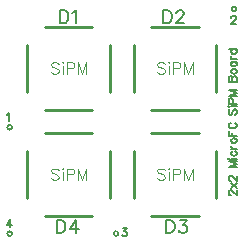
<source format=gto>
G04 Layer: TopSilkscreenLayer*
G04 EasyEDA v6.5.38, 2023-11-24 15:43:32*
G04 09673f8317ad448189dc8d57b7b7ae53,9a5be75d700b4a6385dc1106f27949ae,10*
G04 Gerber Generator version 0.2*
G04 Scale: 100 percent, Rotated: No, Reflected: No *
G04 Dimensions in millimeters *
G04 leading zeros omitted , absolute positions ,4 integer and 5 decimal *
%FSLAX45Y45*%
%MOMM*%

%ADD10C,0.1500*%
%ADD11C,0.1400*%
%ADD12C,0.1524*%
%ADD13C,0.1000*%
%ADD14C,0.2540*%
%ADD15C,0.2000*%
%ADD16C,0.0158*%

%LPD*%
D10*
X1006347Y-1904237D02*
G01*
X1041400Y-1904237D01*
X1022350Y-1929892D01*
X1031747Y-1929892D01*
X1038097Y-1932939D01*
X1041400Y-1936242D01*
X1044447Y-1945639D01*
X1044447Y-1951989D01*
X1041400Y-1961642D01*
X1035050Y-1967992D01*
X1025397Y-1971294D01*
X1016000Y-1971294D01*
X1006347Y-1967992D01*
X1003300Y-1964689D01*
X999997Y-1958339D01*
X56789Y-1829409D02*
G01*
X25039Y-1873859D01*
X72791Y-1873859D01*
X56789Y-1829409D02*
G01*
X56789Y-1896211D01*
X24892Y-942086D02*
G01*
X31242Y-938784D01*
X40894Y-929386D01*
X40894Y-996187D01*
X1928223Y-120213D02*
G01*
X1928223Y-117165D01*
X1931271Y-110815D01*
X1934573Y-107513D01*
X1940923Y-104465D01*
X1953623Y-104465D01*
X1959973Y-107513D01*
X1963275Y-110815D01*
X1966323Y-117165D01*
X1966323Y-123515D01*
X1963275Y-129865D01*
X1956925Y-139263D01*
X1924921Y-171267D01*
X1969625Y-171267D01*
D11*
X1920265Y-1621843D02*
G01*
X1916963Y-1621843D01*
X1910613Y-1618541D01*
X1907565Y-1615493D01*
X1904263Y-1609143D01*
X1904263Y-1596443D01*
X1907565Y-1590093D01*
X1910613Y-1586791D01*
X1916963Y-1583743D01*
X1923567Y-1583743D01*
X1929917Y-1586791D01*
X1939315Y-1593141D01*
X1971065Y-1624891D01*
X1971065Y-1580441D01*
X1926615Y-1559359D02*
G01*
X1971065Y-1524561D01*
X1926615Y-1524561D02*
G01*
X1971065Y-1559359D01*
X1920265Y-1500177D02*
G01*
X1916963Y-1500177D01*
X1910613Y-1497129D01*
X1907565Y-1493827D01*
X1904263Y-1487477D01*
X1904263Y-1474777D01*
X1907565Y-1468427D01*
X1910613Y-1465379D01*
X1916963Y-1462077D01*
X1923567Y-1462077D01*
X1929917Y-1465379D01*
X1939315Y-1471729D01*
X1971065Y-1503479D01*
X1971065Y-1459029D01*
X1904263Y-1388925D02*
G01*
X1971065Y-1388925D01*
X1904263Y-1388925D02*
G01*
X1971065Y-1363525D01*
X1904263Y-1338125D02*
G01*
X1971065Y-1363525D01*
X1904263Y-1338125D02*
G01*
X1971065Y-1338125D01*
X1904263Y-1317043D02*
G01*
X1907565Y-1313741D01*
X1904263Y-1310693D01*
X1901215Y-1313741D01*
X1904263Y-1317043D01*
X1926615Y-1313741D02*
G01*
X1971065Y-1313741D01*
X1936267Y-1251511D02*
G01*
X1929917Y-1257861D01*
X1926615Y-1264211D01*
X1926615Y-1273609D01*
X1929917Y-1280213D01*
X1936267Y-1286563D01*
X1945665Y-1289611D01*
X1952015Y-1289611D01*
X1961667Y-1286563D01*
X1968017Y-1280213D01*
X1971065Y-1273609D01*
X1971065Y-1264211D01*
X1968017Y-1257861D01*
X1961667Y-1251511D01*
X1926615Y-1230429D02*
G01*
X1971065Y-1230429D01*
X1945665Y-1230429D02*
G01*
X1936267Y-1227381D01*
X1929917Y-1221031D01*
X1926615Y-1214427D01*
X1926615Y-1205029D01*
X1926615Y-1168199D02*
G01*
X1929917Y-1174549D01*
X1936267Y-1180899D01*
X1945665Y-1183947D01*
X1952015Y-1183947D01*
X1961667Y-1180899D01*
X1968017Y-1174549D01*
X1971065Y-1168199D01*
X1971065Y-1158547D01*
X1968017Y-1152197D01*
X1961667Y-1145847D01*
X1952015Y-1142545D01*
X1945665Y-1142545D01*
X1936267Y-1145847D01*
X1929917Y-1152197D01*
X1926615Y-1158547D01*
X1926615Y-1168199D01*
X1904263Y-1121717D02*
G01*
X1971065Y-1121717D01*
X1904263Y-1121717D02*
G01*
X1904263Y-1080315D01*
X1936267Y-1121717D02*
G01*
X1936267Y-1096063D01*
X1920265Y-1011481D02*
G01*
X1913915Y-1014783D01*
X1907565Y-1021133D01*
X1904263Y-1027483D01*
X1904263Y-1040183D01*
X1907565Y-1046533D01*
X1913915Y-1052883D01*
X1920265Y-1056185D01*
X1929917Y-1059233D01*
X1945665Y-1059233D01*
X1955317Y-1056185D01*
X1961667Y-1052883D01*
X1968017Y-1046533D01*
X1971065Y-1040183D01*
X1971065Y-1027483D01*
X1968017Y-1021133D01*
X1961667Y-1014783D01*
X1955317Y-1011481D01*
X1913915Y-896927D02*
G01*
X1907565Y-903277D01*
X1904263Y-912929D01*
X1904263Y-925629D01*
X1907565Y-935281D01*
X1913915Y-941631D01*
X1920265Y-941631D01*
X1926615Y-938329D01*
X1929917Y-935281D01*
X1932965Y-928931D01*
X1939315Y-909627D01*
X1942617Y-903277D01*
X1945665Y-900229D01*
X1952015Y-896927D01*
X1961667Y-896927D01*
X1968017Y-903277D01*
X1971065Y-912929D01*
X1971065Y-925629D01*
X1968017Y-935281D01*
X1961667Y-941631D01*
X1904263Y-876099D02*
G01*
X1907565Y-872797D01*
X1904263Y-869749D01*
X1901215Y-872797D01*
X1904263Y-876099D01*
X1926615Y-872797D02*
G01*
X1971065Y-872797D01*
X1904263Y-848667D02*
G01*
X1971065Y-848667D01*
X1904263Y-848667D02*
G01*
X1904263Y-819965D01*
X1907565Y-810567D01*
X1910613Y-807265D01*
X1916963Y-804217D01*
X1926615Y-804217D01*
X1932965Y-807265D01*
X1936267Y-810567D01*
X1939315Y-819965D01*
X1939315Y-848667D01*
X1904263Y-783135D02*
G01*
X1971065Y-783135D01*
X1904263Y-783135D02*
G01*
X1971065Y-757735D01*
X1904263Y-732081D02*
G01*
X1971065Y-757735D01*
X1904263Y-732081D02*
G01*
X1971065Y-732081D01*
X1904263Y-662231D02*
G01*
X1971065Y-662231D01*
X1904263Y-662231D02*
G01*
X1904263Y-633529D01*
X1907565Y-623877D01*
X1910613Y-620829D01*
X1916963Y-617527D01*
X1923567Y-617527D01*
X1929917Y-620829D01*
X1932965Y-623877D01*
X1936267Y-633529D01*
X1936267Y-662231D02*
G01*
X1936267Y-633529D01*
X1939315Y-623877D01*
X1942617Y-620829D01*
X1948967Y-617527D01*
X1958365Y-617527D01*
X1964715Y-620829D01*
X1968017Y-623877D01*
X1971065Y-633529D01*
X1971065Y-662231D01*
X1926615Y-580697D02*
G01*
X1929917Y-587047D01*
X1936267Y-593397D01*
X1945665Y-596699D01*
X1952015Y-596699D01*
X1961667Y-593397D01*
X1968017Y-587047D01*
X1971065Y-580697D01*
X1971065Y-571299D01*
X1968017Y-564695D01*
X1961667Y-558345D01*
X1952015Y-555297D01*
X1945665Y-555297D01*
X1936267Y-558345D01*
X1929917Y-564695D01*
X1926615Y-571299D01*
X1926615Y-580697D01*
X1926615Y-496115D02*
G01*
X1971065Y-496115D01*
X1936267Y-496115D02*
G01*
X1929917Y-502465D01*
X1926615Y-508815D01*
X1926615Y-518467D01*
X1929917Y-524817D01*
X1936267Y-531167D01*
X1945665Y-534215D01*
X1952015Y-534215D01*
X1961667Y-531167D01*
X1968017Y-524817D01*
X1971065Y-518467D01*
X1971065Y-508815D01*
X1968017Y-502465D01*
X1961667Y-496115D01*
X1926615Y-475033D02*
G01*
X1971065Y-475033D01*
X1945665Y-475033D02*
G01*
X1936267Y-471985D01*
X1929917Y-465635D01*
X1926615Y-459285D01*
X1926615Y-449633D01*
X1904263Y-390451D02*
G01*
X1971065Y-390451D01*
X1936267Y-390451D02*
G01*
X1929917Y-396801D01*
X1926615Y-403151D01*
X1926615Y-412803D01*
X1929917Y-419153D01*
X1936267Y-425503D01*
X1945665Y-428551D01*
X1952015Y-428551D01*
X1961667Y-425503D01*
X1968017Y-419153D01*
X1971065Y-412803D01*
X1971065Y-403151D01*
X1968017Y-396801D01*
X1961667Y-390451D01*
D12*
X475000Y-59684D02*
G01*
X475000Y-168650D01*
X475000Y-59684D02*
G01*
X511322Y-59684D01*
X527070Y-64764D01*
X537230Y-75178D01*
X542564Y-85592D01*
X547644Y-101340D01*
X547644Y-127248D01*
X542564Y-142742D01*
X537230Y-153156D01*
X527070Y-163570D01*
X511322Y-168650D01*
X475000Y-168650D01*
X581934Y-80512D02*
G01*
X592348Y-75178D01*
X608096Y-59684D01*
X608096Y-168650D01*
D13*
X463677Y-512698D02*
G01*
X454532Y-503554D01*
X440817Y-498982D01*
X422782Y-498982D01*
X409067Y-503554D01*
X399922Y-512698D01*
X399922Y-521843D01*
X404495Y-530987D01*
X409067Y-535559D01*
X418211Y-539877D01*
X445388Y-549020D01*
X454532Y-553593D01*
X459104Y-558164D01*
X463677Y-567309D01*
X463677Y-581025D01*
X454532Y-589914D01*
X440817Y-594487D01*
X422782Y-594487D01*
X409067Y-589914D01*
X399922Y-581025D01*
X493648Y-498982D02*
G01*
X498220Y-503554D01*
X502793Y-498982D01*
X498220Y-494664D01*
X493648Y-498982D01*
X498220Y-530987D02*
G01*
X498220Y-594487D01*
X532764Y-498982D02*
G01*
X532764Y-594487D01*
X532764Y-498982D02*
G01*
X573659Y-498982D01*
X587375Y-503554D01*
X591693Y-508127D01*
X596264Y-517270D01*
X596264Y-530987D01*
X591693Y-539877D01*
X587375Y-544448D01*
X573659Y-549020D01*
X532764Y-549020D01*
X626237Y-498982D02*
G01*
X626237Y-594487D01*
X626237Y-498982D02*
G01*
X662812Y-594487D01*
X699135Y-498982D02*
G01*
X662812Y-594487D01*
X699135Y-498982D02*
G01*
X699135Y-594487D01*
D12*
X1349997Y-59684D02*
G01*
X1349997Y-168650D01*
X1349997Y-59684D02*
G01*
X1386319Y-59684D01*
X1402067Y-64764D01*
X1412227Y-75178D01*
X1417561Y-85592D01*
X1422641Y-101340D01*
X1422641Y-127248D01*
X1417561Y-142742D01*
X1412227Y-153156D01*
X1402067Y-163570D01*
X1386319Y-168650D01*
X1349997Y-168650D01*
X1462265Y-85592D02*
G01*
X1462265Y-80512D01*
X1467345Y-70098D01*
X1472679Y-64764D01*
X1483093Y-59684D01*
X1503667Y-59684D01*
X1514081Y-64764D01*
X1519415Y-70098D01*
X1524495Y-80512D01*
X1524495Y-90926D01*
X1519415Y-101340D01*
X1509001Y-116834D01*
X1456931Y-168650D01*
X1529829Y-168650D01*
D13*
X1363677Y-512696D02*
G01*
X1354533Y-503552D01*
X1340817Y-498980D01*
X1322783Y-498980D01*
X1309067Y-503552D01*
X1299923Y-512696D01*
X1299923Y-521840D01*
X1304495Y-530984D01*
X1309067Y-535556D01*
X1318211Y-539874D01*
X1345389Y-549018D01*
X1354533Y-553590D01*
X1359105Y-558162D01*
X1363677Y-567306D01*
X1363677Y-581022D01*
X1354533Y-589912D01*
X1340817Y-594484D01*
X1322783Y-594484D01*
X1309067Y-589912D01*
X1299923Y-581022D01*
X1393649Y-498980D02*
G01*
X1398221Y-503552D01*
X1402793Y-498980D01*
X1398221Y-494662D01*
X1393649Y-498980D01*
X1398221Y-530984D02*
G01*
X1398221Y-594484D01*
X1432765Y-498980D02*
G01*
X1432765Y-594484D01*
X1432765Y-498980D02*
G01*
X1473659Y-498980D01*
X1487375Y-503552D01*
X1491693Y-508124D01*
X1496265Y-517268D01*
X1496265Y-530984D01*
X1491693Y-539874D01*
X1487375Y-544446D01*
X1473659Y-549018D01*
X1432765Y-549018D01*
X1526237Y-498980D02*
G01*
X1526237Y-594484D01*
X1526237Y-498980D02*
G01*
X1562813Y-594484D01*
X1599135Y-498980D02*
G01*
X1562813Y-594484D01*
X1599135Y-498980D02*
G01*
X1599135Y-594484D01*
D12*
X1374998Y-1834680D02*
G01*
X1374998Y-1943646D01*
X1374998Y-1834680D02*
G01*
X1411320Y-1834680D01*
X1427068Y-1839760D01*
X1437228Y-1850174D01*
X1442562Y-1860588D01*
X1447642Y-1876336D01*
X1447642Y-1902244D01*
X1442562Y-1917738D01*
X1437228Y-1928152D01*
X1427068Y-1938566D01*
X1411320Y-1943646D01*
X1374998Y-1943646D01*
X1492346Y-1834680D02*
G01*
X1549496Y-1834680D01*
X1518508Y-1876336D01*
X1534002Y-1876336D01*
X1544416Y-1881416D01*
X1549496Y-1886496D01*
X1554830Y-1902244D01*
X1554830Y-1912658D01*
X1549496Y-1928152D01*
X1539082Y-1938566D01*
X1523588Y-1943646D01*
X1508094Y-1943646D01*
X1492346Y-1938566D01*
X1487266Y-1933486D01*
X1481932Y-1923072D01*
D13*
X1363675Y-1412697D02*
G01*
X1354531Y-1403553D01*
X1340815Y-1398981D01*
X1322781Y-1398981D01*
X1309065Y-1403553D01*
X1299921Y-1412697D01*
X1299921Y-1421841D01*
X1304493Y-1430985D01*
X1309065Y-1435557D01*
X1318209Y-1439875D01*
X1345387Y-1449019D01*
X1354531Y-1453591D01*
X1359103Y-1458163D01*
X1363675Y-1467307D01*
X1363675Y-1481023D01*
X1354531Y-1489913D01*
X1340815Y-1494485D01*
X1322781Y-1494485D01*
X1309065Y-1489913D01*
X1299921Y-1481023D01*
X1393647Y-1398981D02*
G01*
X1398219Y-1403553D01*
X1402791Y-1398981D01*
X1398219Y-1394663D01*
X1393647Y-1398981D01*
X1398219Y-1430985D02*
G01*
X1398219Y-1494485D01*
X1432763Y-1398981D02*
G01*
X1432763Y-1494485D01*
X1432763Y-1398981D02*
G01*
X1473657Y-1398981D01*
X1487373Y-1403553D01*
X1491691Y-1408125D01*
X1496263Y-1417269D01*
X1496263Y-1430985D01*
X1491691Y-1439875D01*
X1487373Y-1444447D01*
X1473657Y-1449019D01*
X1432763Y-1449019D01*
X1526235Y-1398981D02*
G01*
X1526235Y-1494485D01*
X1526235Y-1398981D02*
G01*
X1562811Y-1494485D01*
X1599133Y-1398981D02*
G01*
X1562811Y-1494485D01*
X1599133Y-1398981D02*
G01*
X1599133Y-1494485D01*
D12*
X449999Y-1834680D02*
G01*
X449999Y-1943646D01*
X449999Y-1834680D02*
G01*
X486321Y-1834680D01*
X502069Y-1839760D01*
X512229Y-1850174D01*
X517563Y-1860588D01*
X522643Y-1876336D01*
X522643Y-1902244D01*
X517563Y-1917738D01*
X512229Y-1928152D01*
X502069Y-1938566D01*
X486321Y-1943646D01*
X449999Y-1943646D01*
X609003Y-1834680D02*
G01*
X556933Y-1907324D01*
X634911Y-1907324D01*
X609003Y-1834680D02*
G01*
X609003Y-1943646D01*
D13*
X463677Y-1412697D02*
G01*
X454532Y-1403553D01*
X440817Y-1398981D01*
X422782Y-1398981D01*
X409067Y-1403553D01*
X399922Y-1412697D01*
X399922Y-1421841D01*
X404495Y-1430985D01*
X409067Y-1435557D01*
X418211Y-1439875D01*
X445388Y-1449019D01*
X454532Y-1453591D01*
X459104Y-1458163D01*
X463677Y-1467307D01*
X463677Y-1481023D01*
X454532Y-1489913D01*
X440817Y-1494485D01*
X422782Y-1494485D01*
X409067Y-1489913D01*
X399922Y-1481023D01*
X493648Y-1398981D02*
G01*
X498220Y-1403553D01*
X502793Y-1398981D01*
X498220Y-1394663D01*
X493648Y-1398981D01*
X498220Y-1430985D02*
G01*
X498220Y-1494485D01*
X532764Y-1398981D02*
G01*
X532764Y-1494485D01*
X532764Y-1398981D02*
G01*
X573659Y-1398981D01*
X587375Y-1403553D01*
X591693Y-1408125D01*
X596264Y-1417269D01*
X596264Y-1430985D01*
X591693Y-1439875D01*
X587375Y-1444447D01*
X573659Y-1449019D01*
X532764Y-1449019D01*
X626237Y-1398981D02*
G01*
X626237Y-1494485D01*
X626237Y-1398981D02*
G01*
X662812Y-1494485D01*
X699135Y-1398981D02*
G01*
X662812Y-1494485D01*
X699135Y-1398981D02*
G01*
X699135Y-1494485D01*
D14*
X349882Y-199875D02*
G01*
X749932Y-199875D01*
X900046Y-349989D02*
G01*
X899792Y-750039D01*
X750186Y-900153D02*
G01*
X349882Y-899899D01*
X200022Y-750039D02*
G01*
X200022Y-349989D01*
X1650113Y-900122D02*
G01*
X1250063Y-900122D01*
X1099949Y-750008D02*
G01*
X1100203Y-349958D01*
X1249809Y-199844D02*
G01*
X1650113Y-200098D01*
X1799973Y-349958D02*
G01*
X1799973Y-750008D01*
X1249880Y-1099873D02*
G01*
X1649930Y-1099873D01*
X1800044Y-1249987D02*
G01*
X1799790Y-1650037D01*
X1650184Y-1800151D02*
G01*
X1249880Y-1799897D01*
X1100020Y-1650037D02*
G01*
X1100020Y-1249987D01*
X349882Y-1099873D02*
G01*
X749932Y-1099873D01*
X900046Y-1249987D02*
G01*
X899792Y-1650037D01*
X750186Y-1800151D02*
G01*
X349882Y-1799897D01*
X200022Y-1650037D02*
G01*
X200022Y-1249987D01*
D15*
G75*
G01
X70002Y-1049985D02*
G03X70002Y-1049985I-19990J0D01*
G75*
G01
X1969973Y-50013D02*
G03X1969973Y-50013I-19990J0D01*
G75*
G01
X970001Y-1949983D02*
G03X970001Y-1949983I-19990J0D01*
G75*
G01
X70002Y-1949983D02*
G03X70002Y-1949983I-19990J0D01*
M02*

</source>
